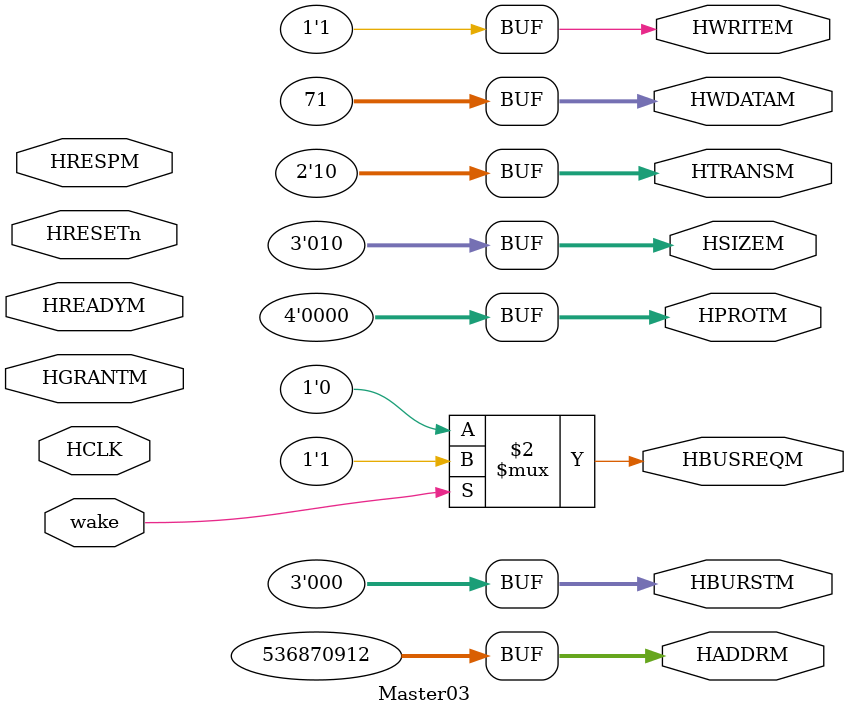
<source format=v>

module Master03  (HCLK, HRESETn,HREADYM,HRESPM,HGRANTM, HADDRM, HTRANSM, HWRITEM, HSIZEM, HBURSTM, HPROTM,
          HWDATAM, HBUSREQM,wake
          );

  // Signals used during normal operation 
  input     HCLK;
  input     HRESETn;

  // Signals from AMBA bus used during normal operation
  input         HREADYM;
  input  [1:0]  HRESPM;    //dont care
  input         HGRANTM;
  input  		wake ;

  // Signals to AMBA bus used during normal operation
  output[31:0] HADDRM;
  output [1:0] HTRANSM;
  output       HWRITEM;
  output [2:0] HSIZEM;
  output [2:0] HBURSTM;
  output [3:0] HPROTM;
  output[31:0] HWDATAM;
  output       HBUSREQM;

  
  //---------------------------------------------------------------------- 
  // Signal declarations
  //----------------------------------------------------------------------


  assign HBURSTM = 3'b000;  //SINGLE
  assign HSIZEM = 3'b010;  //WORD
  assign HWRITEM = 1'b1; 
  assign HADDRM = 32'h2000_0000;	 //Tube
  assign HTRANSM = 2'b10;  	// NONSEQ
  assign HBUSREQM = (wake==1'b1)?1'b1 : 1'b0 ;     
  assign HWDATAM = 32'h0000_0047;
  assign HPROTM = 4'b0000;

  
endmodule


</source>
